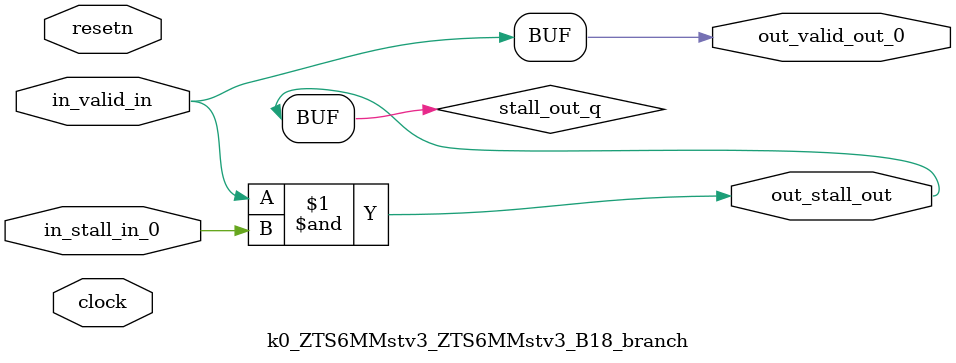
<source format=sv>



(* altera_attribute = "-name AUTO_SHIFT_REGISTER_RECOGNITION OFF; -name MESSAGE_DISABLE 10036; -name MESSAGE_DISABLE 10037; -name MESSAGE_DISABLE 14130; -name MESSAGE_DISABLE 14320; -name MESSAGE_DISABLE 15400; -name MESSAGE_DISABLE 14130; -name MESSAGE_DISABLE 10036; -name MESSAGE_DISABLE 12020; -name MESSAGE_DISABLE 12030; -name MESSAGE_DISABLE 12010; -name MESSAGE_DISABLE 12110; -name MESSAGE_DISABLE 14320; -name MESSAGE_DISABLE 13410; -name MESSAGE_DISABLE 113007; -name MESSAGE_DISABLE 10958" *)
module k0_ZTS6MMstv3_ZTS6MMstv3_B18_branch (
    input wire [0:0] in_stall_in_0,
    input wire [0:0] in_valid_in,
    output wire [0:0] out_stall_out,
    output wire [0:0] out_valid_out_0,
    input wire clock,
    input wire resetn
    );

    wire [0:0] stall_out_q;


    // stall_out(LOGICAL,6)
    assign stall_out_q = in_valid_in & in_stall_in_0;

    // out_stall_out(GPOUT,4)
    assign out_stall_out = stall_out_q;

    // out_valid_out_0(GPOUT,5)
    assign out_valid_out_0 = in_valid_in;

endmodule

</source>
